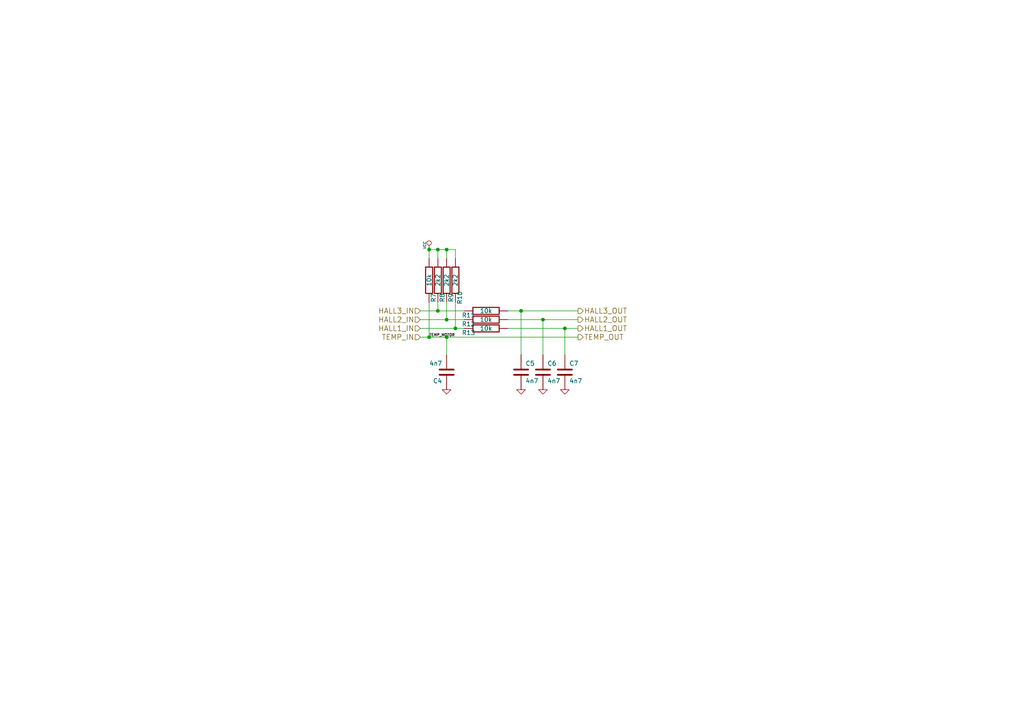
<source format=kicad_sch>
(kicad_sch (version 20231120) (generator "eeschema") (generator_version "8.0")
  (paper "A4")
  (title_block (title "BLDC Driver 4.11") (date "21 aug 2015") (rev "4.12") (company "Benjamin Vedder"))
  (lib_symbols
    (symbol "BLDC_4-rescue:C-RESCUE-BLDC_4" (pin_numbers hide) (pin_names (offset 0.254))
      (property "Reference" "C" (at 0 2.54 0))
      (property "Value" "C-RESCUE-BLDC_4" (at 0.1524 -2.159 0))
      (symbol "C-RESCUE-BLDC_4_0_1"
        (polyline (pts (xy -2.032 -0.762) (xy 2.032 -0.762)) (stroke (width 0.508)))
        (polyline (pts (xy -2.032 0.762) (xy 2.032 0.762)) (stroke (width 0.508)))
      )
      (symbol "C-RESCUE-BLDC_4_1_1"
        (pin passive line (at 0 5.08 270) (length 4.318) (name "~") (number "1"))
        (pin passive line (at 0 -5.08 90) (length 4.318) (name "~") (number "2"))
      )
    )
    (symbol "BLDC_4-rescue:GND-RESCUE-BLDC_4" (power) (pin_names (offset 0))
      (symbol "GND-RESCUE-BLDC_4_0_1"
        (polyline (pts (xy -1.27 0) (xy 0 -1.27) (xy 1.27 0) (xy -1.27 0)))
      )
      (symbol "GND-RESCUE-BLDC_4_1_1"
        (pin power_in line (at 0 0 90) (length 0) hide (name "GND") (number "1"))
      )
    )
    (symbol "BLDC_4-rescue:R-RESCUE-BLDC_4" (pin_numbers hide) (pin_names (offset 0))
      (property "Reference" "R" (at 2.032 0 90))
      (property "Value" "R-RESCUE-BLDC_4" (at 0.1778 0.0254 90))
      (symbol "R-RESCUE-BLDC_4_0_1"
        (rectangle (start -1.016 3.81) (end 1.016 -3.81) (stroke (width 0.3048)))
      )
      (symbol "R-RESCUE-BLDC_4_1_1"
        (pin passive line (at 0 6.35 270) (length 2.54) (name "~") (number "1"))
        (pin passive line (at 0 -6.35 90) (length 2.54) (name "~") (number "2"))
      )
    )
    (symbol "BLDC_4-rescue:VCC" (power) (pin_names (offset 0))
      (property "Value" "VCC" (at 0 3.81 0))
      (symbol "VCC_0_1"
        (polyline (pts (xy 0 0) (xy 0 1.27)))
        (circle (center 0 1.905) (radius 0.635))
      )
      (symbol "VCC_1_1"
        (pin power_in line (at 0 0 90) (length 0) hide (name "VCC") (number "1"))
      )
    )
  )
  (junction (at 129.54 72.39))
  (junction (at 157.48 92.71))
  (junction (at 163.83 95.25))
  (junction (at 124.46 97.79))
  (junction (at 132.08 95.25))
  (junction (at 151.13 90.17))
  (junction (at 127 90.17))
  (junction (at 124.46 72.39))
  (junction (at 129.54 92.71))
  (junction (at 129.54 97.79))
  (junction (at 127 72.39))
  (wire (pts (xy 129.54 97.79) (xy 129.54 102.87)))
  (wire (pts (xy 121.92 90.17) (xy 127 90.17)))
  (wire (pts (xy 129.54 72.39) (xy 132.08 72.39)))
  (wire (pts (xy 124.46 87.63) (xy 124.46 97.79)))
  (wire (pts (xy 127 90.17) (xy 134.62 90.17)))
  (wire (pts (xy 129.54 92.71) (xy 134.62 92.71)))
  (wire (pts (xy 124.46 72.39) (xy 127 72.39)))
  (wire (pts (xy 124.46 72.39) (xy 124.46 74.93)))
  (wire (pts (xy 151.13 90.17) (xy 167.64 90.17)))
  (wire (pts (xy 163.83 95.25) (xy 163.83 102.87)))
  (wire (pts (xy 132.08 87.63) (xy 132.08 95.25)))
  (wire (pts (xy 121.92 97.79) (xy 124.46 97.79)))
  (wire (pts (xy 121.92 92.71) (xy 129.54 92.71)))
  (wire (pts (xy 157.48 92.71) (xy 167.64 92.71)))
  (wire (pts (xy 127 87.63) (xy 127 90.17)))
  (wire (pts (xy 147.32 90.17) (xy 151.13 90.17)))
  (wire (pts (xy 151.13 90.17) (xy 151.13 102.87)))
  (wire (pts (xy 127 72.39) (xy 129.54 72.39)))
  (wire (pts (xy 121.92 95.25) (xy 132.08 95.25)))
  (wire (pts (xy 147.32 92.71) (xy 157.48 92.71)))
  (wire (pts (xy 129.54 97.79) (xy 167.64 97.79)))
  (wire (pts (xy 163.83 95.25) (xy 167.64 95.25)))
  (wire (pts (xy 124.46 97.79) (xy 129.54 97.79)))
  (wire (pts (xy 147.32 95.25) (xy 163.83 95.25)))
  (wire (pts (xy 129.54 87.63) (xy 129.54 92.71)))
  (wire (pts (xy 132.08 95.25) (xy 134.62 95.25)))
  (wire (pts (xy 129.54 72.39) (xy 129.54 74.93)))
  (wire (pts (xy 132.08 72.39) (xy 132.08 74.93)))
  (wire (pts (xy 157.48 92.71) (xy 157.48 102.87)))
  (wire (pts (xy 127 74.93) (xy 127 72.39)))
  (label "TEMP_MOTOR" (at 124.46 97.79 0) (effects (font (size 0.762 0.762))))
  (hierarchical_label "HALL3_IN" (shape input) (at 121.92 90.17 180) (effects (font (size 1.524 1.524))))
  (hierarchical_label "HALL1_IN" (shape input) (at 121.92 95.25 180) (effects (font (size 1.524 1.524))))
  (hierarchical_label "TEMP_OUT" (shape output) (at 167.64 97.79 0) (effects (font (size 1.524 1.524))))
  (hierarchical_label "HALL3_OUT" (shape output) (at 167.64 90.17 0) (effects (font (size 1.524 1.524))))
  (hierarchical_label "HALL1_OUT" (shape output) (at 167.64 95.25 0) (effects (font (size 1.524 1.524))))
  (hierarchical_label "TEMP_IN" (shape input) (at 121.92 97.79 180) (effects (font (size 1.524 1.524))))
  (hierarchical_label "HALL2_IN" (shape input) (at 121.92 92.71 180) (effects (font (size 1.524 1.524))))
  (hierarchical_label "HALL2_OUT" (shape output) (at 167.64 92.71 0) (effects (font (size 1.524 1.524))))
  (symbol (lib_name "BLDC_4-rescue:R-RESCUE-BLDC_4") (lib_id "BLDC_4-rescue:R-RESCUE-BLDC_4") (at 124.46 81.28 180) (unit 1)
    (property "Reference" "R7" (at 125.73 86.36 90))
    (property "Value" "10k" (at 124.46 81.28 90))
    (property "Footprint" "CRF1:SMD-0603_r" (effects (hide yes)))
  )
  (symbol (lib_name "BLDC_4-rescue:R-RESCUE-BLDC_4") (lib_id "BLDC_4-rescue:R-RESCUE-BLDC_4") (at 140.97 95.25 90) (unit 1)
    (property "Reference" "R13" (at 135.89 96.52 90))
    (property "Value" "10k" (at 140.97 95.25 90))
    (property "Footprint" "CRF1:SMD-0603_r" (effects (hide yes)))
  )
  (symbol (lib_name "BLDC_4-rescue:R-RESCUE-BLDC_4") (lib_id "BLDC_4-rescue:R-RESCUE-BLDC_4") (at 140.97 92.71 90) (unit 1)
    (property "Reference" "R12" (at 135.89 93.98 90))
    (property "Value" "10k" (at 140.97 92.71 90))
    (property "Footprint" "CRF1:SMD-0603_r" (effects (hide yes)))
  )
  (symbol (lib_name "BLDC_4-rescue:R-RESCUE-BLDC_4") (lib_id "BLDC_4-rescue:R-RESCUE-BLDC_4") (at 140.97 90.17 90) (unit 1)
    (property "Reference" "R11" (at 135.89 91.44 90))
    (property "Value" "10k" (at 140.97 90.17 90))
    (property "Footprint" "CRF1:SMD-0603_r" (effects (hide yes)))
  )
  (symbol (lib_name "BLDC_4-rescue:C-RESCUE-BLDC_4") (lib_id "BLDC_4-rescue:C-RESCUE-BLDC_4") (at 151.13 107.95 0) (unit 1)
    (property "Reference" "C5" (at 152.4 105.41 0) (effects (justify left)))
    (property "Value" "4n7" (at 152.4 110.49 0) (effects (justify left)))
    (property "Footprint" "CRF1:SMD-0603_c" (effects (hide yes)))
  )
  (symbol (lib_name "BLDC_4-rescue:C-RESCUE-BLDC_4") (lib_id "BLDC_4-rescue:C-RESCUE-BLDC_4") (at 157.48 107.95 0) (unit 1)
    (property "Reference" "C6" (at 158.75 105.41 0) (effects (justify left)))
    (property "Value" "4n7" (at 158.75 110.49 0) (effects (justify left)))
    (property "Footprint" "CRF1:SMD-0603_c" (effects (hide yes)))
  )
  (symbol (lib_name "BLDC_4-rescue:C-RESCUE-BLDC_4") (lib_id "BLDC_4-rescue:C-RESCUE-BLDC_4") (at 163.83 107.95 0) (unit 1)
    (property "Reference" "C7" (at 165.1 105.41 0) (effects (justify left)))
    (property "Value" "4n7" (at 165.1 110.49 0) (effects (justify left)))
    (property "Footprint" "CRF1:SMD-0603_c" (effects (hide yes)))
  )
  (symbol (lib_name "BLDC_4-rescue:GND-RESCUE-BLDC_4") (lib_id "BLDC_4-rescue:GND-RESCUE-BLDC_4") (at 151.13 113.03 0) (unit 1)
    (property "Reference" "#PWR030" (effects (hide yes)))
    (property "Value" "GND" (effects (hide yes)))
  )
  (symbol (lib_name "BLDC_4-rescue:R-RESCUE-BLDC_4") (lib_id "BLDC_4-rescue:R-RESCUE-BLDC_4") (at 127 81.28 180) (unit 1)
    (property "Reference" "R8" (at 128.27 86.36 90))
    (property "Value" "2k2" (at 127 81.28 90))
    (property "Footprint" "CRF1:SMD-0603_r" (effects (hide yes)))
  )
  (symbol (lib_name "BLDC_4-rescue:R-RESCUE-BLDC_4") (lib_id "BLDC_4-rescue:R-RESCUE-BLDC_4") (at 129.54 81.28 180) (unit 1)
    (property "Reference" "R9" (at 130.81 86.36 90))
    (property "Value" "2k2" (at 129.54 81.28 90))
    (property "Footprint" "CRF1:SMD-0603_r" (effects (hide yes)))
  )
  (symbol (lib_name "BLDC_4-rescue:R-RESCUE-BLDC_4") (lib_id "BLDC_4-rescue:R-RESCUE-BLDC_4") (at 132.08 81.28 180) (unit 1)
    (property "Reference" "R10" (at 133.35 86.36 90))
    (property "Value" "2k2" (at 132.08 81.28 90))
    (property "Footprint" "CRF1:SMD-0603_r" (effects (hide yes)))
  )
  (symbol (lib_name "BLDC_4-rescue:C-RESCUE-BLDC_4") (lib_id "BLDC_4-rescue:C-RESCUE-BLDC_4") (at 129.54 107.95 180) (unit 1)
    (property "Reference" "C4" (at 128.27 110.49 0) (effects (justify left)))
    (property "Value" "4n7" (at 128.27 105.41 0) (effects (justify left)))
    (property "Footprint" "CRF1:SMD-0603_c" (effects (hide yes)))
  )
  (symbol (lib_name "BLDC_4-rescue:GND-RESCUE-BLDC_4") (lib_id "BLDC_4-rescue:GND-RESCUE-BLDC_4") (at 129.54 113.03 0) (unit 1)
    (property "Reference" "#PWR029" (effects (hide yes)))
    (property "Value" "GND" (effects (hide yes)))
  )
  (symbol (lib_name "BLDC_4-rescue:VCC") (lib_id "BLDC_4-rescue:VCC") (at 124.46 72.39 0) (unit 1)
    (property "Reference" "#PWR028" (effects (hide yes)))
    (property "Value" "VCC" (at 123.19 71.12 90) (effects (font (size 0.762 0.762))))
  )
  (symbol (lib_name "BLDC_4-rescue:GND-RESCUE-BLDC_4") (lib_id "BLDC_4-rescue:GND-RESCUE-BLDC_4") (at 157.48 113.03 0) (unit 1)
    (property "Reference" "#PWR031" (effects (hide yes)))
    (property "Value" "GND" (effects (hide yes)))
  )
  (symbol (lib_name "BLDC_4-rescue:GND-RESCUE-BLDC_4") (lib_id "BLDC_4-rescue:GND-RESCUE-BLDC_4") (at 163.83 113.03 0) (unit 1)
    (property "Reference" "#PWR032" (effects (hide yes)))
    (property "Value" "GND" (effects (hide yes)))
  )
)
</source>
